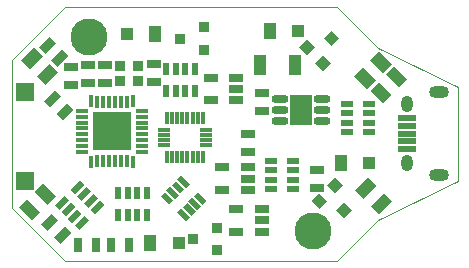
<source format=gts>
G04 #@! TF.FileFunction,Soldermask,Top*
%FSLAX46Y46*%
G04 Gerber Fmt 4.6, Leading zero omitted, Abs format (unit mm)*
G04 Created by KiCad (PCBNEW 4.0.4+e1-6308~48~ubuntu16.04.1-stable) date Tue Sep 13 21:39:42 2016*
%MOMM*%
%LPD*%
G01*
G04 APERTURE LIST*
%ADD10C,0.150000*%
%ADD11C,0.100000*%
%ADD12R,0.772160X1.280160*%
%ADD13C,3.137160*%
%ADD14R,1.280160X0.772160*%
%ADD15R,1.137160X0.537160*%
%ADD16R,1.137160X1.337160*%
%ADD17R,1.137160X1.137160*%
%ADD18R,1.487160X0.527160*%
%ADD19O,1.697160X1.037160*%
%ADD20O,0.987160X1.387160*%
%ADD21R,0.537160X1.137160*%
%ADD22R,3.237160X3.237160*%
%ADD23R,1.037160X0.397160*%
%ADD24R,1.137160X0.397160*%
%ADD25R,0.397160X1.037160*%
%ADD26R,0.397160X1.137160*%
%ADD27R,0.367160X1.037160*%
%ADD28R,1.037160X0.367160*%
%ADD29R,0.837160X0.837160*%
%ADD30R,0.937260X0.937260*%
%ADD31O,1.437160X0.737160*%
%ADD32R,1.862160X2.637160*%
%ADD33R,1.197160X0.787160*%
%ADD34R,1.637160X1.637160*%
%ADD35R,1.137160X1.737160*%
G04 APERTURE END LIST*
D10*
D11*
X72944000Y-70676000D02*
X49944000Y-70676000D01*
X72944000Y-49176000D02*
X49944000Y-49176000D01*
X49944000Y-70676000D02*
X45444000Y-66176000D01*
X45444000Y-53676000D02*
X49944000Y-49176000D01*
X83194000Y-63926000D02*
X76444000Y-67176000D01*
X83194000Y-55926000D02*
X83194000Y-63926000D01*
X76444000Y-52676000D02*
X83194000Y-55926000D01*
X45444000Y-53676000D02*
X45444000Y-66176000D01*
X72944000Y-49176000D02*
X76444000Y-52676000D01*
X72944000Y-70676000D02*
X76444000Y-67176000D01*
D12*
X51084480Y-69281040D03*
X52608480Y-69281040D03*
D13*
X51944000Y-51676000D03*
X70944000Y-68176000D03*
D14*
X53355240Y-55618380D03*
X53355240Y-54094380D03*
X57470040Y-54018180D03*
X57470040Y-55542180D03*
D10*
G36*
X50700440Y-57847030D02*
X49795230Y-58752240D01*
X49249230Y-58206240D01*
X50154440Y-57301030D01*
X50700440Y-57847030D01*
X50700440Y-57847030D01*
G37*
G36*
X49622810Y-56769400D02*
X48717600Y-57674610D01*
X48171600Y-57128610D01*
X49076810Y-56223400D01*
X49622810Y-56769400D01*
X49622810Y-56769400D01*
G37*
D15*
X69220800Y-64574420D03*
X69220800Y-63774420D03*
X69220800Y-62974420D03*
X69220800Y-62174420D03*
X67360800Y-62174420D03*
X67360800Y-62974420D03*
X67360800Y-63774420D03*
X67360800Y-64574420D03*
D16*
X57571640Y-51419760D03*
D17*
X55171640Y-51419760D03*
D18*
X78940680Y-61203360D03*
X78940680Y-60553360D03*
X78940680Y-59903360D03*
X78940680Y-59253360D03*
X78940680Y-58603360D03*
D19*
X81640680Y-56403360D03*
X81640680Y-63403360D03*
D20*
X78940680Y-57403360D03*
X78940680Y-62403360D03*
D14*
X51876960Y-54076600D03*
X51876960Y-55600600D03*
X65417700Y-61478160D03*
X65417700Y-59954160D03*
X66598800Y-57970420D03*
X66598800Y-56446420D03*
D12*
X53842920Y-69311520D03*
X55366920Y-69311520D03*
D21*
X56856480Y-64939820D03*
X56056480Y-64939820D03*
X55256480Y-64939820D03*
X54456480Y-64939820D03*
X54456480Y-66799820D03*
X55256480Y-66799820D03*
X56056480Y-66799820D03*
X56856480Y-66799820D03*
D10*
G36*
X49072741Y-65951993D02*
X49876835Y-65147899D01*
X50256665Y-65527729D01*
X49452571Y-66331823D01*
X49072741Y-65951993D01*
X49072741Y-65951993D01*
G37*
G36*
X49638426Y-66517679D02*
X50442520Y-65713585D01*
X50822350Y-66093415D01*
X50018256Y-66897509D01*
X49638426Y-66517679D01*
X49638426Y-66517679D01*
G37*
G36*
X50204111Y-67083364D02*
X51008205Y-66279270D01*
X51388035Y-66659100D01*
X50583941Y-67463194D01*
X50204111Y-67083364D01*
X50204111Y-67083364D01*
G37*
G36*
X50769797Y-67649049D02*
X51573891Y-66844955D01*
X51953721Y-67224785D01*
X51149627Y-68028879D01*
X50769797Y-67649049D01*
X50769797Y-67649049D01*
G37*
G36*
X52085015Y-66333831D02*
X52889109Y-65529737D01*
X53268939Y-65909567D01*
X52464845Y-66713661D01*
X52085015Y-66333831D01*
X52085015Y-66333831D01*
G37*
G36*
X51519330Y-65768145D02*
X52323424Y-64964051D01*
X52703254Y-65343881D01*
X51899160Y-66147975D01*
X51519330Y-65768145D01*
X51519330Y-65768145D01*
G37*
G36*
X50953645Y-65202460D02*
X51757739Y-64398366D01*
X52137569Y-64778196D01*
X51333475Y-65582290D01*
X50953645Y-65202460D01*
X50953645Y-65202460D01*
G37*
G36*
X50387959Y-64636775D02*
X51192053Y-63832681D01*
X51571883Y-64212511D01*
X50767789Y-65016605D01*
X50387959Y-64636775D01*
X50387959Y-64636775D01*
G37*
G36*
X59129573Y-65525896D02*
X58785098Y-65870371D01*
X58051715Y-65136988D01*
X58396190Y-64792513D01*
X59129573Y-65525896D01*
X59129573Y-65525896D01*
G37*
G36*
X59589193Y-65066277D02*
X59244718Y-65410752D01*
X58511335Y-64677369D01*
X58855810Y-64332894D01*
X59589193Y-65066277D01*
X59589193Y-65066277D01*
G37*
G36*
X60048812Y-64606658D02*
X59704337Y-64951133D01*
X58970954Y-64217750D01*
X59315429Y-63873275D01*
X60048812Y-64606658D01*
X60048812Y-64606658D01*
G37*
G36*
X60508431Y-64147038D02*
X60163956Y-64491513D01*
X59430573Y-63758130D01*
X59775048Y-63413655D01*
X60508431Y-64147038D01*
X60508431Y-64147038D01*
G37*
G36*
X61922645Y-65561252D02*
X61578170Y-65905727D01*
X60844787Y-65172344D01*
X61189262Y-64827869D01*
X61922645Y-65561252D01*
X61922645Y-65561252D01*
G37*
G36*
X61463025Y-66020871D02*
X61118550Y-66365346D01*
X60385167Y-65631963D01*
X60729642Y-65287488D01*
X61463025Y-66020871D01*
X61463025Y-66020871D01*
G37*
G36*
X61003406Y-66480490D02*
X60658931Y-66824965D01*
X59925548Y-66091582D01*
X60270023Y-65747107D01*
X61003406Y-66480490D01*
X61003406Y-66480490D01*
G37*
G36*
X60543787Y-66940110D02*
X60199312Y-67284585D01*
X59465929Y-66551202D01*
X59810404Y-66206727D01*
X60543787Y-66940110D01*
X60543787Y-66940110D01*
G37*
D22*
X53929280Y-59700160D03*
D23*
X51379280Y-57950160D03*
D24*
X51429280Y-58450160D03*
X51429280Y-58950160D03*
X51429280Y-59450160D03*
X51429280Y-59950160D03*
X51429280Y-60450160D03*
X51429280Y-60950160D03*
D23*
X51379280Y-61450160D03*
D25*
X52179280Y-62250160D03*
D26*
X52679280Y-62200160D03*
X53179280Y-62200160D03*
X53679280Y-62200160D03*
X54179280Y-62200160D03*
X54679280Y-62200160D03*
X55179280Y-62200160D03*
D25*
X55679280Y-62250160D03*
D23*
X56479280Y-61450160D03*
D24*
X56429280Y-60950160D03*
X56429280Y-60450160D03*
X56429280Y-59950160D03*
X56429280Y-59450160D03*
X56429280Y-58950160D03*
X56429280Y-58450160D03*
D23*
X56479280Y-57950160D03*
D25*
X55679280Y-57150160D03*
D26*
X55179280Y-57200160D03*
X54679280Y-57200160D03*
X54179280Y-57200160D03*
X53679280Y-57200160D03*
X53179280Y-57200160D03*
X52679280Y-57200160D03*
D25*
X52179280Y-57150160D03*
D27*
X58596480Y-58586100D03*
D28*
X58323480Y-59591100D03*
X58323480Y-60021100D03*
X58323480Y-60451100D03*
X58323480Y-60881100D03*
D27*
X58596480Y-61886100D03*
X59026480Y-61886100D03*
X59456480Y-61886100D03*
X59886480Y-61886100D03*
X60316480Y-61886100D03*
X60746480Y-61886100D03*
X61176480Y-61886100D03*
X61606480Y-61886100D03*
D28*
X61879480Y-60881100D03*
X61879480Y-60451100D03*
X61879480Y-60021100D03*
X61879480Y-59591100D03*
D27*
X61606480Y-58586100D03*
X61176480Y-58586100D03*
X60746480Y-58586100D03*
X60316480Y-58586100D03*
X59886480Y-58586100D03*
X59456480Y-58586100D03*
X59026480Y-58586100D03*
D29*
X54566920Y-55395420D03*
X56166920Y-54195420D03*
X54566920Y-54195420D03*
X56166920Y-55395420D03*
D30*
X61711840Y-52793940D03*
X61711840Y-50893940D03*
X59712860Y-51843940D03*
D21*
X58533180Y-56317240D03*
X59333180Y-56317240D03*
X60133180Y-56317240D03*
X60933180Y-56317240D03*
X60933180Y-54457240D03*
X60133180Y-54457240D03*
X59333180Y-54457240D03*
X58533180Y-54457240D03*
D10*
G36*
X75543526Y-56084589D02*
X74458711Y-54999774D01*
X75184316Y-54274169D01*
X76269131Y-55358984D01*
X75543526Y-56084589D01*
X75543526Y-56084589D01*
G37*
G36*
X76890564Y-54737551D02*
X75805749Y-53652736D01*
X76531354Y-52927131D01*
X77616169Y-54011946D01*
X76890564Y-54737551D01*
X76890564Y-54737551D01*
G37*
D16*
X57176820Y-69169280D03*
D17*
X59576820Y-69169280D03*
D16*
X67319040Y-51170840D03*
D17*
X69719040Y-51170840D03*
D16*
X73305820Y-62390020D03*
D17*
X75705820Y-62390020D03*
D30*
X62798960Y-69758600D03*
X62798960Y-67858600D03*
X60799980Y-68808600D03*
D10*
G36*
X69763661Y-52563093D02*
X70426404Y-51900350D01*
X71089147Y-52563093D01*
X70426404Y-53225836D01*
X69763661Y-52563093D01*
X69763661Y-52563093D01*
G37*
G36*
X71107164Y-53906596D02*
X71769907Y-53243853D01*
X72432650Y-53906596D01*
X71769907Y-54569339D01*
X71107164Y-53906596D01*
X71107164Y-53906596D01*
G37*
G36*
X71848905Y-51821352D02*
X72511648Y-51158609D01*
X73174391Y-51821352D01*
X72511648Y-52484095D01*
X71848905Y-51821352D01*
X71848905Y-51821352D01*
G37*
G36*
X72831627Y-63588921D02*
X73494370Y-64251664D01*
X72831627Y-64914407D01*
X72168884Y-64251664D01*
X72831627Y-63588921D01*
X72831627Y-63588921D01*
G37*
G36*
X71488124Y-64932424D02*
X72150867Y-65595167D01*
X71488124Y-66257910D01*
X70825381Y-65595167D01*
X71488124Y-64932424D01*
X71488124Y-64932424D01*
G37*
G36*
X73573368Y-65674165D02*
X74236111Y-66336908D01*
X73573368Y-66999651D01*
X72910625Y-66336908D01*
X73573368Y-65674165D01*
X73573368Y-65674165D01*
G37*
D15*
X75685100Y-59750860D03*
X75685100Y-58950860D03*
X75685100Y-58150860D03*
X75685100Y-57350860D03*
X73825100Y-57350860D03*
X73825100Y-58150860D03*
X73825100Y-58950860D03*
X73825100Y-59750860D03*
D31*
X71703440Y-58834020D03*
X71703440Y-57884020D03*
X71703440Y-56934020D03*
X68163440Y-56934020D03*
X68163440Y-57884020D03*
X68163440Y-58834020D03*
D32*
X69933440Y-57884020D03*
D10*
G36*
X74499351Y-64657086D02*
X75584166Y-63572271D01*
X76309771Y-64297876D01*
X75224956Y-65382691D01*
X74499351Y-64657086D01*
X74499351Y-64657086D01*
G37*
G36*
X75846389Y-66004124D02*
X76931204Y-64919309D01*
X77656809Y-65644914D01*
X76571994Y-66729729D01*
X75846389Y-66004124D01*
X75846389Y-66004124D01*
G37*
G36*
X76856706Y-57326649D02*
X75771891Y-56241834D01*
X76497496Y-55516229D01*
X77582311Y-56601044D01*
X76856706Y-57326649D01*
X76856706Y-57326649D01*
G37*
G36*
X78203744Y-55979611D02*
X77118929Y-54894796D01*
X77844534Y-54169191D01*
X78929349Y-55254006D01*
X78203744Y-55979611D01*
X78203744Y-55979611D01*
G37*
D33*
X65466320Y-64655700D03*
X65466320Y-63705700D03*
X65466320Y-62755700D03*
X63266320Y-62755700D03*
X63266320Y-64655700D03*
X66598980Y-68186340D03*
X66598980Y-67236340D03*
X66598980Y-66286340D03*
X64398980Y-66286340D03*
X64398980Y-68186340D03*
X64470460Y-57058600D03*
X64470460Y-56108600D03*
X64470460Y-55158600D03*
X62270460Y-55158600D03*
X62270460Y-57058600D03*
D34*
X46593760Y-56392120D03*
X46593760Y-63892120D03*
D10*
G36*
X47123885Y-67239850D02*
X46039070Y-66155035D01*
X46764675Y-65429430D01*
X47849490Y-66514245D01*
X47123885Y-67239850D01*
X47123885Y-67239850D01*
G37*
G36*
X48470923Y-65892812D02*
X47386108Y-64807997D01*
X48111713Y-64082392D01*
X49196528Y-65167207D01*
X48470923Y-65892812D01*
X48470923Y-65892812D01*
G37*
G36*
X46236352Y-53691487D02*
X47321167Y-52606672D01*
X48046772Y-53332277D01*
X46961957Y-54417092D01*
X46236352Y-53691487D01*
X46236352Y-53691487D01*
G37*
G36*
X47583390Y-55038525D02*
X48668205Y-53953710D01*
X49393810Y-54679315D01*
X48308995Y-55764130D01*
X47583390Y-55038525D01*
X47583390Y-55038525D01*
G37*
G36*
X50245780Y-53308050D02*
X49340570Y-54213260D01*
X48794570Y-53667260D01*
X49699780Y-52762050D01*
X50245780Y-53308050D01*
X50245780Y-53308050D01*
G37*
G36*
X49168150Y-52230420D02*
X48262940Y-53135630D01*
X47716940Y-52589630D01*
X48622150Y-51684420D01*
X49168150Y-52230420D01*
X49168150Y-52230420D01*
G37*
G36*
X50469300Y-68294050D02*
X49564090Y-69199260D01*
X49018090Y-68653260D01*
X49923300Y-67748050D01*
X50469300Y-68294050D01*
X50469300Y-68294050D01*
G37*
G36*
X49391670Y-67216420D02*
X48486460Y-68121630D01*
X47940460Y-67575630D01*
X48845670Y-66670420D01*
X49391670Y-67216420D01*
X49391670Y-67216420D01*
G37*
D14*
X71272400Y-64500760D03*
X71272400Y-62976760D03*
X50454560Y-54229000D03*
X50454560Y-55753000D03*
D35*
X66438520Y-54051200D03*
X69438520Y-54051200D03*
M02*

</source>
